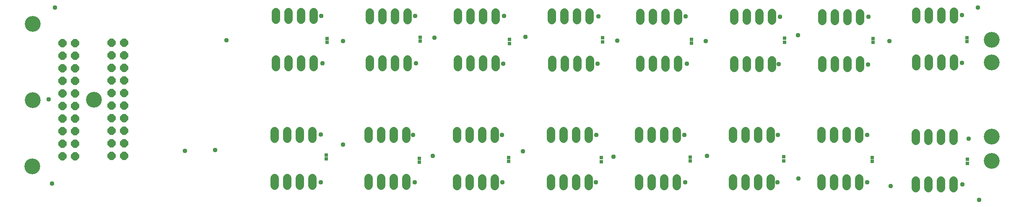
<source format=gbr>
G04 EAGLE Gerber RS-274X export*
G75*
%MOMM*%
%FSLAX34Y34*%
%LPD*%
%INSoldermask Bottom*%
%IPPOS*%
%AMOC8*
5,1,8,0,0,1.08239X$1,22.5*%
G01*
%ADD10C,3.203200*%
%ADD11C,1.727200*%
%ADD12R,0.803200X0.803200*%
%ADD13P,1.759533X8X112.500000*%
%ADD14C,0.959600*%


D10*
X-245000Y312000D03*
X-122000Y159000D03*
X-245000Y158000D03*
X-246000Y24000D03*
X1691000Y280000D03*
X1691000Y234000D03*
X1691000Y84000D03*
X1691000Y35000D03*
D11*
X321818Y320294D02*
X321818Y335534D01*
X296418Y335534D02*
X296418Y320294D01*
X271018Y320294D02*
X271018Y335534D01*
X245618Y335534D02*
X245618Y320294D01*
X245618Y240284D02*
X245618Y225044D01*
X271018Y225044D02*
X271018Y240284D01*
X296418Y240284D02*
X296418Y225044D01*
X321818Y225044D02*
X321818Y240284D01*
D12*
X349250Y274384D03*
X349250Y282384D03*
D11*
X511302Y320040D02*
X511302Y335280D01*
X485902Y335280D02*
X485902Y320040D01*
X460502Y320040D02*
X460502Y335280D01*
X435102Y335280D02*
X435102Y320040D01*
X435102Y240030D02*
X435102Y224790D01*
X460502Y224790D02*
X460502Y240030D01*
X485902Y240030D02*
X485902Y224790D01*
X511302Y224790D02*
X511302Y240030D01*
D12*
X537210Y277178D03*
X537210Y285178D03*
D11*
X689864Y319786D02*
X689864Y335026D01*
X664464Y335026D02*
X664464Y319786D01*
X639064Y319786D02*
X639064Y335026D01*
X613664Y335026D02*
X613664Y319786D01*
X613664Y239776D02*
X613664Y224536D01*
X639064Y224536D02*
X639064Y239776D01*
X664464Y239776D02*
X664464Y224536D01*
X689864Y224536D02*
X689864Y239776D01*
D12*
X717550Y272606D03*
X717550Y280606D03*
D11*
X879348Y319532D02*
X879348Y334772D01*
X853948Y334772D02*
X853948Y319532D01*
X828548Y319532D02*
X828548Y334772D01*
X803148Y334772D02*
X803148Y319532D01*
X803656Y239522D02*
X803656Y224282D01*
X829056Y224282D02*
X829056Y239522D01*
X854456Y239522D02*
X854456Y224282D01*
X879856Y224282D02*
X879856Y239522D01*
D12*
X905002Y275908D03*
X905002Y283908D03*
D11*
X1057656Y319024D02*
X1057656Y334264D01*
X1032256Y334264D02*
X1032256Y319024D01*
X1006856Y319024D02*
X1006856Y334264D01*
X981456Y334264D02*
X981456Y319024D01*
X981456Y239014D02*
X981456Y223774D01*
X1006856Y223774D02*
X1006856Y239014D01*
X1032256Y239014D02*
X1032256Y223774D01*
X1057656Y223774D02*
X1057656Y239014D01*
D12*
X1084580Y273114D03*
X1084580Y281114D03*
D11*
X1247140Y318770D02*
X1247140Y334010D01*
X1221740Y334010D02*
X1221740Y318770D01*
X1196340Y318770D02*
X1196340Y334010D01*
X1170940Y334010D02*
X1170940Y318770D01*
X1170940Y238760D02*
X1170940Y223520D01*
X1196340Y223520D02*
X1196340Y238760D01*
X1221740Y238760D02*
X1221740Y223520D01*
X1247140Y223520D02*
X1247140Y238760D01*
D12*
X1272794Y274892D03*
X1272794Y282892D03*
D11*
X1425448Y318262D02*
X1425448Y333502D01*
X1400048Y333502D02*
X1400048Y318262D01*
X1374648Y318262D02*
X1374648Y333502D01*
X1349248Y333502D02*
X1349248Y318262D01*
X1349248Y238252D02*
X1349248Y223012D01*
X1374648Y223012D02*
X1374648Y238252D01*
X1400048Y238252D02*
X1400048Y223012D01*
X1425448Y223012D02*
X1425448Y238252D01*
D12*
X1451864Y274638D03*
X1451864Y282638D03*
D11*
X319786Y95504D02*
X319786Y80264D01*
X294386Y80264D02*
X294386Y95504D01*
X268986Y95504D02*
X268986Y80264D01*
X243586Y80264D02*
X243586Y95504D01*
X243586Y254D02*
X243586Y-14986D01*
X268986Y-14986D02*
X268986Y254D01*
X294386Y254D02*
X294386Y-14986D01*
X319786Y-14986D02*
X319786Y254D01*
D12*
X347472Y39434D03*
X347472Y47434D03*
D11*
X509270Y80264D02*
X509270Y95504D01*
X483870Y95504D02*
X483870Y80264D01*
X458470Y80264D02*
X458470Y95504D01*
X433070Y95504D02*
X433070Y80264D01*
X433070Y254D02*
X433070Y-14986D01*
X458470Y-14986D02*
X458470Y254D01*
X483870Y254D02*
X483870Y-14986D01*
X509270Y-14986D02*
X509270Y254D01*
D12*
X535178Y32322D03*
X535178Y40322D03*
D11*
X687832Y80264D02*
X687832Y95504D01*
X662432Y95504D02*
X662432Y80264D01*
X637032Y80264D02*
X637032Y95504D01*
X611632Y95504D02*
X611632Y80264D01*
X611632Y0D02*
X611632Y-15240D01*
X637032Y-15240D02*
X637032Y0D01*
X662432Y0D02*
X662432Y-15240D01*
X687832Y-15240D02*
X687832Y0D01*
D12*
X715772Y34100D03*
X715772Y42100D03*
D11*
X877316Y79756D02*
X877316Y94996D01*
X851916Y94996D02*
X851916Y79756D01*
X826516Y79756D02*
X826516Y94996D01*
X801116Y94996D02*
X801116Y79756D01*
X801116Y-254D02*
X801116Y-15494D01*
X826516Y-15494D02*
X826516Y-254D01*
X851916Y-254D02*
X851916Y-15494D01*
X877316Y-15494D02*
X877316Y-254D01*
D12*
X902970Y33846D03*
X902970Y41846D03*
D11*
X1055624Y80010D02*
X1055624Y95250D01*
X1030224Y95250D02*
X1030224Y80010D01*
X1004824Y80010D02*
X1004824Y95250D01*
X979424Y95250D02*
X979424Y80010D01*
X979424Y0D02*
X979424Y-15240D01*
X1004824Y-15240D02*
X1004824Y0D01*
X1030224Y0D02*
X1030224Y-15240D01*
X1055624Y-15240D02*
X1055624Y0D01*
D12*
X1082294Y35116D03*
X1082294Y43116D03*
D11*
X1245108Y79756D02*
X1245108Y94996D01*
X1219708Y94996D02*
X1219708Y79756D01*
X1194308Y79756D02*
X1194308Y94996D01*
X1168908Y94996D02*
X1168908Y79756D01*
X1168908Y0D02*
X1168908Y-15240D01*
X1194308Y-15240D02*
X1194308Y0D01*
X1219708Y0D02*
X1219708Y-15240D01*
X1245108Y-15240D02*
X1245108Y0D01*
D12*
X1271270Y35370D03*
X1271270Y43370D03*
D11*
X1423416Y80010D02*
X1423416Y95250D01*
X1398016Y95250D02*
X1398016Y80010D01*
X1372616Y80010D02*
X1372616Y95250D01*
X1347216Y95250D02*
X1347216Y80010D01*
X1347216Y0D02*
X1347216Y-15240D01*
X1372616Y-15240D02*
X1372616Y0D01*
X1398016Y0D02*
X1398016Y-15240D01*
X1423416Y-15240D02*
X1423416Y0D01*
D12*
X1449832Y34100D03*
X1449832Y42100D03*
D11*
X1614068Y75921D02*
X1614068Y91161D01*
X1588668Y91161D02*
X1588668Y75921D01*
X1563268Y75921D02*
X1563268Y91161D01*
X1537868Y91161D02*
X1537868Y75921D01*
X1538122Y-4597D02*
X1538122Y-19837D01*
X1563522Y-19837D02*
X1563522Y-4597D01*
X1588922Y-4597D02*
X1588922Y-19837D01*
X1614322Y-19837D02*
X1614322Y-4597D01*
D12*
X1641754Y30519D03*
X1641754Y38519D03*
D11*
X1614627Y321462D02*
X1614627Y336702D01*
X1589227Y336702D02*
X1589227Y321462D01*
X1563827Y321462D02*
X1563827Y336702D01*
X1538427Y336702D02*
X1538427Y321462D01*
X1538427Y241452D02*
X1538427Y226212D01*
X1563827Y226212D02*
X1563827Y241452D01*
X1589227Y241452D02*
X1589227Y226212D01*
X1614627Y226212D02*
X1614627Y241452D01*
D12*
X1641551Y276314D03*
X1641551Y284314D03*
D13*
X-86157Y45745D03*
X-60757Y45745D03*
X-86157Y71145D03*
X-60757Y71145D03*
X-86157Y96545D03*
X-60757Y96545D03*
X-86157Y121945D03*
X-60757Y121945D03*
X-86157Y147345D03*
X-60757Y147345D03*
X-86157Y172745D03*
X-60757Y172745D03*
X-86157Y198145D03*
X-60757Y198145D03*
X-86157Y223545D03*
X-60757Y223545D03*
X-86157Y248945D03*
X-60757Y248945D03*
X-86157Y274345D03*
X-60757Y274345D03*
X-184785Y44247D03*
X-159385Y44247D03*
X-184785Y69647D03*
X-159385Y69647D03*
X-184785Y95047D03*
X-159385Y95047D03*
X-184785Y120447D03*
X-159385Y120447D03*
X-184785Y145847D03*
X-159385Y145847D03*
X-184785Y171247D03*
X-159385Y171247D03*
X-184785Y196647D03*
X-159385Y196647D03*
X-184785Y222047D03*
X-159385Y222047D03*
X-184785Y247447D03*
X-159385Y247447D03*
X-184785Y272847D03*
X-159385Y272847D03*
D14*
X337566Y328267D03*
X-213106Y159258D03*
X1663192Y345440D03*
X1484122Y277622D03*
X1299972Y289052D03*
X1113282Y277622D03*
X934974Y278384D03*
X749808Y286004D03*
X565658Y284226D03*
X381508Y277114D03*
X145542Y278892D03*
X62230Y55626D03*
X123444Y56896D03*
X381000Y68326D03*
X562610Y45212D03*
X744728Y54864D03*
X927354Y43434D03*
X1116330Y45720D03*
X1300480Y0D03*
X1486662Y-16002D03*
X1665478Y-43180D03*
X-200406Y344932D03*
X-206248Y-10160D03*
X527304Y328013D03*
X706120Y327759D03*
X896762Y327294D03*
X1073150Y326997D03*
X1263142Y326743D03*
X1442212Y326235D03*
X1630629Y329562D03*
X336042Y88364D03*
X522732Y88110D03*
X701802Y88110D03*
X892810Y87856D03*
X1070864Y88110D03*
X1259586Y87856D03*
X1644294Y79985D03*
X339423Y232585D03*
X528653Y232077D03*
X704342Y231676D03*
X895604Y231422D03*
X1075261Y231315D03*
X1261364Y230660D03*
X1440942Y230152D03*
X336804Y-7719D03*
X525780Y-7973D03*
X703326Y-7973D03*
X892048Y-8227D03*
X1072134Y-7973D03*
X1258570Y-8227D03*
X1439418Y-7973D03*
X1631800Y-12423D03*
X1631137Y233479D03*
X1439418Y88110D03*
M02*

</source>
